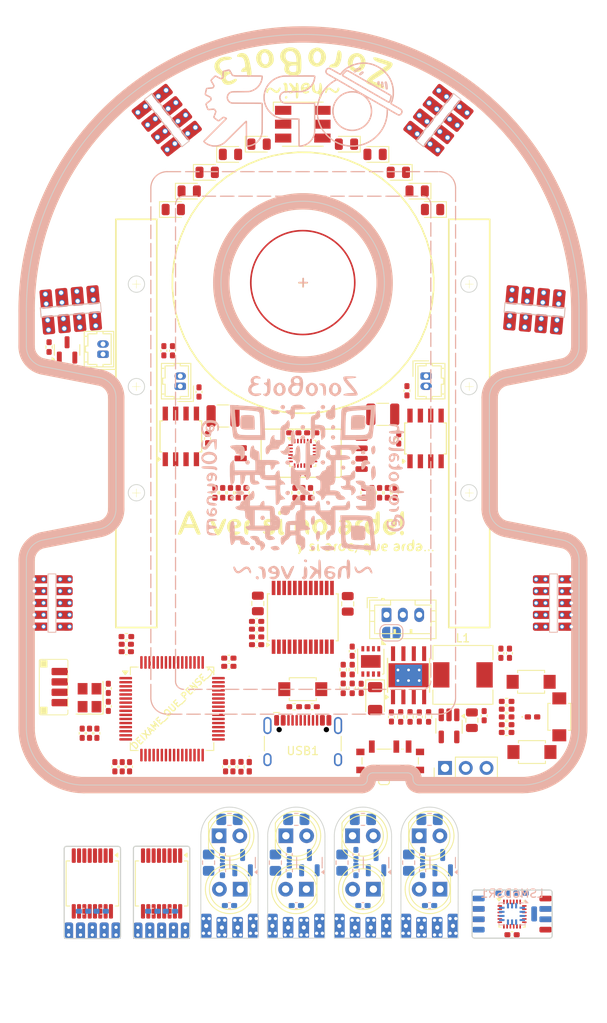
<source format=kicad_pcb>
(kicad_pcb (version 20240108) (generator "pcbnew") (generator_version "8.0")
  (layers (0 "F.Cu" signal) (31 "B.Cu" signal) (34 "B.Paste" user) (35 "F.Paste" user) (36 "B.SilkS" user "B.Silkscreen") (37 "F.SilkS" user "F.Silkscreen") (38 "B.Mask" user) (39 "F.Mask" user) (44 "Edge.Cuts" user))
  (net 0 "")
  (net 1 "/SHUNT_MD")
  (net 2 "/MOT_D+")
  (net 3 "+5V")
  (net 4 "GND")
  (net 5 "/CURR_SEN_MD")
  (net 7 "/SHUNT_MI")
  (net 9 "/CURR_SEN_MI")
  (net 10 "/MOT_I+")
  (net 11 "/AUX_PIN")
  (net 12 "+3V3")
  (net 13 "/LIPO+")
  (net 15 "Net-(BTN1-Pad1)")
  (net 16 "/MENU_ANALOG")
  (net 17 "Net-(BTN2-Pad1)")
  (net 18 "Net-(BTN3-Pad1)")
  (net 19 "/RST")
  (net 20 "/BATT")
  (net 21 "Net-(DEIXAME_QUE_PENSE_1-VCAP_2)")
  (net 22 "Net-(DEIXAME_QUE_PENSE_1-PH0{slash}OSC_IN)")
  (net 23 "/MOT_D-")
  (net 24 "Net-(DEIXAME_QUE_PENSE_1-PH1{slash}OSC_OUT)")
  (net 25 "/MOT_I-")
  (net 26 "Net-(DEIXAME_QUE_PENSE_1-VCAP_1)")
  (net 27 "/Encoders/ENC_I_3.3")
  (net 28 "/Encoders/ENC_I_GND")
  (net 29 "/Encoders/ENC_D_3.3")
  (net 30 "/Encoders/ENC_D_GND")
  (net 31 "Net-(U1-REGOUT)")
  (net 32 "/Giroscopio/GND_MPU")
  (net 33 "/Giroscopio/3.3_MPU")
  (net 34 "Net-(U2-REGOUT)")
  (net 35 "/Sensores/GND_FD")
  (net 36 "/Sensores/SEN_FRONT_D_CONN")
  (net 37 "/Sensores/3.3_FD")
  (net 38 "/Sensores/EMI_FRONT_D_CONN")
  (net 39 "/Sensores/3.3_FI")
  (net 40 "/Sensores/EMI_FRONT_I_CONN")
  (net 41 "/Sensores/SEN_FRONT_I_CONN")
  (net 42 "/Sensores/GND_FI")
  (net 43 "/Sensores/3.3_D")
  (net 44 "/Sensores/EMI_PA_D_CONN")
  (net 45 "/Sensores/SEN_PA_D_CONN")
  (net 46 "/Sensores/GND_D")
  (net 47 "/Sensores/3.3_I")
  (net 48 "/Sensores/SEN_PA_I_CONN")
  (net 49 "/Sensores/GND_I")
  (net 50 "/Sensores/EMI_PA_I_CONN")
  (net 51 "Net-(DC-DC1-BST)")
  (net 52 "Net-(DC-DC1-SW)")
  (net 53 "Net-(DC-DC1-FB)")
  (net 54 "Net-(LED_IR1-A)")
  (net 55 "Net-(LED_IR2-A)")
  (net 56 "Net-(LED_IR3-A)")
  (net 57 "Net-(LED_IR4-A)")
  (net 58 "Net-(D1-A)")
  (net 59 "Net-(D2-A)")
  (net 60 "Net-(D3-A)")
  (net 61 "Net-(D4-A)")
  (net 62 "Net-(D6-A)")
  (net 63 "Net-(D7-A)")
  (net 64 "Net-(D8-A)")
  (net 65 "Net-(D9-A)")
  (net 66 "Net-(D10-A)")
  (net 67 "Net-(D11-A)")
  (net 68 "Net-(D12-A)")
  (net 69 "/Giroscopio/SPI_SCK_CONN")
  (net 70 "/Giroscopio/SPI_MISO_CONN")
  (net 71 "/Giroscopio/SPI_NSS_CONN")
  (net 72 "/Giroscopio/SPI_MOSI_CONN")
  (net 73 "/SPI_NSS")
  (net 74 "/SPI_SCK")
  (net 75 "/SPI_MISO")
  (net 76 "/SPI_MOSI")
  (net 77 "Net-(DC-DC1-EN)")
  (net 80 "/SEN_FRONT_D")
  (net 81 "/LED9")
  (net 82 "/ENC_1_I")
  (net 83 "/SEN_PA_I")
  (net 84 "/LED1")
  (net 85 "/EMI_PA_D")
  (net 86 "/BATT_VOLTAGE")
  (net 87 "/SEN_FRONT_I")
  (net 88 "/RGB_R")
  (net 89 "/ENC_1_B")
  (net 90 "/BOOT")
  (net 91 "/ENC_2_B")
  (net 92 "/SEN_PA_D")
  (net 93 "/ENC_2_I")
  (net 94 "/EMI_FRONT_D")
  (net 95 "/LED4")
  (net 96 "/MOT_D_B")
  (net 97 "/MOT_I_B")
  (net 98 "/LED3")
  (net 99 "/RGB_G")
  (net 100 "/IR_SENSOR")
  (net 101 "/TX")
  (net 102 "/LED8")
  (net 103 "/MOT_I_A")
  (net 104 "/RX")
  (net 105 "/ENC_2_A")
  (net 106 "/SWCLK")
  (net 107 "/MOT_I_PWM")
  (net 108 "/LED2")
  (net 109 "/SWDIO")
  (net 110 "/RGB_B")
  (net 111 "/MOT_D_A")
  (net 112 "/ENC_1_A")
  (net 113 "/LED7")
  (net 114 "/LED6")
  (net 115 "/LED_AUX")
  (net 116 "/EMI_FRONT_I")
  (net 117 "/LED10")
  (net 118 "/MOT_S_PWM")
  (net 119 "/MOT_D_PWM")
  (net 120 "/EMI_PA_I")
  (net 121 "/LED5")
  (net 122 "/Encoders/ENC_D_B_CONN")
  (net 123 "/Encoders/ENC_D_I_CONN")
  (net 124 "/Encoders/ENC_D_A_CONN")
  (net 125 "/Encoders/ENC_I_A_CONN")
  (net 126 "/Encoders/ENC_I_I_CONN")
  (net 127 "/Encoders/ENC_I_B_CONN")
  (net 128 "Net-(LED_IR1-K)")
  (net 129 "Net-(LED_IR2-K)")
  (net 130 "Net-(LED_IR3-K)")
  (net 131 "Net-(LED_IR4-K)")
  (net 136 "/MOT_S-")
  (net 137 "Net-(POWER_SWITCH1-C)")
  (net 169 "Net-(Q2-G)")
  (net 170 "Net-(D5-A)")
  (net 172 "Net-(RGB1-RA)")
  (net 173 "Net-(RGB1-GA)")
  (net 174 "Net-(RGB1-BA)")
  (net 193 "Net-(JP3-Pin_1)")
  (footprint "Capacitor_SMD:C_0402_1005Metric_Pad0.74x0.62mm_HandSolder" (layer "F.Cu") (at 163.85 75.65 -90)
    (property "Reference" "C14" (hide yes))
    (property "Value" "0.1uF")
  )
  (footprint "Capacitor_SMD:C_0402_1005Metric_Pad0.74x0.62mm_HandSolder" (layer "F.Cu") (at 129.5 106.7)
    (property "Reference" "C1" (hide yes))
    (property "Value" "4.7uF")
  )
  (footprint "custom_footprints:IR_SENSOR_SMD_TSSP77038ETR" (layer "F.Cu") (at 121.35 113.85 90)
    (property "Reference" "IR_RECIVER1" (hide yes))
    (property "Value" "~")
  )
  (footprint "Resistor_SMD:R_0402_1005Metric_Pad0.72x0.64mm_HandSolder" (layer "F.Cu") (at 176.05 113.7)
    (property "Reference" "R18" (hide yes))
    (property "Value" "200K")
  )
  (footprint "Capacitor_SMD:C_0402_1005Metric_Pad0.74x0.62mm_HandSolder" (layer "F.Cu") (at 134.1 70.75 -90)
    (property "Reference" "C4" (hide yes))
    (property "Value" "0.1uF")
  )
  (footprint "Capacitor_SMD:C_0402_1005Metric_Pad0.74x0.62mm_HandSolder" (layer "F.Cu") (at 127.3 112.1 90)
    (property "Reference" "C13" (hide yes))
    (property "Value" "20pF")
  )
  (footprint "Capacitor_SMD:C_0402_1005Metric_Pad0.74x0.62mm_HandSolder" (layer "F.Cu") (at 128.1 121.7 -90)
    (property "Reference" "C22" (hide yes))
    (property "Value" "1uF")
  )
  (footprint "Capacitor_SMD:C_0402_1005Metric_Pad0.74x0.62mm_HandSolder" (layer "F.Cu") (at 129 121.7 -90)
    (property "Reference" "C21" (hide yes))
    (property "Value" "0.1uF")
  )
  (footprint "Resistor_SMD:R_0402_1005Metric_Pad0.72x0.64mm_HandSolder" (layer "F.Cu") (at 176.0525 114.65)
    (property "Reference" "R19" (hide yes))
    (property "Value" "47k")
  )
  (footprint "custom_footprints:Generic_SmallButton_6x3" (layer "F.Cu") (at 179.15 119.9)
    (property "Reference" "BTN3" (hide yes))
    (property "Value" "~")
  )
  (footprint "custom_footprints:ZoroBot3_Power_MPU" (layer "F.Cu") (at 172.615 139.735)
    (property "Reference" "POWER_MPU2" (hide yes))
    (property "Value" "Conn_01x02_Socket")
  )
  (footprint "Capacitor_SMD:C_0402_1005Metric_Pad0.74x0.62mm_HandSolder" (layer "F.Cu") (at 125 117.6 -90)
    (property "Reference" "C18" (hide yes))
    (property "Value" "1uF")
  )
  (footprint "Capacitor_SMD:C_0402_1005Metric_Pad0.74x0.62mm_HandSolder" (layer "F.Cu") (at 150 80.8 180)
    (property "Reference" "C25" (hide yes))
    (property "Value" "0.1uF")
  )
  (footprint "Capacitor_SMD:C_0402_1005Metric_Pad0.74x0.62mm_HandSolder" (layer "F.Cu") (at 173.3 115.45 90)
    (property "Reference" "C30" (hide yes))
    (property "Value" "10uF")
  )
  (footprint "Capacitor_SMD:C_0402_1005Metric_Pad0.74x0.62mm_HandSolder" (layer "F.Cu") (at 161.95 115.6 90)
    (property "Reference" "CR2" (hide yes))
    (property "Value" "0.1uF")
  )
  (footprint "Resistor_SMD:R_0402_1005Metric_Pad0.72x0.64mm_HandSolder" (layer "F.Cu") (at 157.15 109.8 90)
    (property "Reference" "R27" (hide yes))
    (property "Value" "10K")
  )
  (footprint "Capacitor_SMD:C_0402_1005Metric_Pad0.74x0.62mm_HandSolder" (layer "F.Cu") (at 129.5 107.61)
    (property "Reference" "C2" (hide yes))
    (property "Value" "0.1uF")
  )
  (footprint "custom_footprints:ZoroBot3_PCBmodule_encoder" (layer "F.Cu") (at 133.82139 140.712)
    (property "Reference" "ENC_I_CONN1" (hide yes))
    (property "Value" "Conn_01x05_Pin" (hide yes))
  )
  (footprint "Resistor_SMD:R_0402_1005Metric_Pad0.72x0.64mm_HandSolder" (layer "F.Cu") (at 152.05 88.15 90)
    (property "Reference" "R16" (hide yes))
    (property "Value" "330")
  )
  (footprint "Capacitor_SMD:C_0402_1005Metric_Pad0.74x0.62mm_HandSolder" (layer "F.Cu") (at 124.1 117.6 -90)
    (property "Reference" "C23" (hide yes))
    (property "Value" "10uF")
  )
  (footprint "Capacitor_SMD:C_0402_1005Metric_Pad0.74x0.62mm_HandSolder" (layer "F.Cu") (at 142.55 121.7 90)
    (property "Reference" "C20" (hide yes))
    (property "Value" "0.1uF")
  )
  (footprint "Inductor_SMD:L_Wuerth_HCM-7050" (layer "F.Cu") (at 170.7 110.45)
    (property "Reference" "L1")
    (property "Value" "L")
  )
  (footprint "custom_footprints:ZoroBot3_Sensors" (layer "F.Cu") (at 151.448991 141.2)
    (property "Reference" "CONN_SEN_FRONT_I1" (hide yes))
    (property "Value" "Conn_01x04_Socket" (hide yes))
  )
  (footprint "Crystal:Crystal_SMD_TXC_7M-4Pin_3.2x2.5mm" (layer "F.Cu") (at 125 113.25 90)
    (property "Reference" "Y1" (hide yes))
    (property "Value" "Crystal_GND24")
  )
  (footprint "custom_footprints:ZoroBot3_Data_MPU" (layer "F.Cu") (at 158.3 83.35)
    (property "Reference" "DATA_MPU1" (hide yes))
    (property "Value" "Conn_01x04_Socket")
  )
  (footprint "Resistor_SMD:R_0402_1005Metric_Pad0.72x0.64mm_HandSolder" (layer "F.Cu") (at 164.23 115.6 90)
    (property "Reference" "R29" (hide yes))
    (property "Value" "45K")
  )
  (footprint "custom_footprints:Generic_SmallButton_6x3" (layer "F.Cu") (at 179.05 111.3)
    (property "Reference" "BTN1" (hide yes))
    (property "Value" "~")
  )
  (footprint "custom_footprints:ZoroBot3_Main_sensors" (layer "F.Cu") (at 179.59444 64.959581 175)
    (property "Reference" "SEN_FRONT_D1" (hide yes))
    (property "Value" "Conn_01x04_Socket")
    (fp_poly (pts (xy -3.599999 -1.299999) (xy 3.7 -1.299999) (xy 3.7 -0.3) (xy -3.600001 -0.3)) (stroke (width 0.05)) (fill none) (layer "Edge.Cuts"))
  )
  (footprint "Capacitor_SMD:C_0402_1005Metric_Pad0.74x0.62mm_HandSolder" (layer "F.Cu") (at 177.815 137.195)
    (property "Reference" "C39" (hide yes))
    (property "Value" "0.01uF")
  )
  (footprint "LED_THT:LED_D5.0mm_Clear" (layer "F.Cu") (at 149.033439 130.155259)
    (property "Reference" "LED_IR4" (hide yes))
    (property "Value" "SFH-4550")
  )
  (footprint "custom_footprints:Generic_SmallButton_6x3" (layer "F.Cu") (at 151.1 112.2)
    (property "Reference" "BTN_RST1" (hide yes))
    (property "Value" "~")
  )
  (footprint "Package_DFN_QFN:DFN-8-1EP_3x3mm_P0.65mm_EP1.55x2.4mm" (layer "F.Cu") (at 159.424999 108.8 -90)
    (property "Reference" "Q2" (hide yes))
    (property "Value" "AON7423")
  )
  (footprint "Capacitor_SMD:C_0402_1005Metric_Pad0.74x0.62mm_HandSolder" (layer "F.Cu") (at 129.9 121.7 -90)
    (property "Reference" "C24" (hide yes))
    (property "Value" "0.1uF")
  )
  (footprint "custom_footprints:Generic_Swich_ONOFF" (layer "F.Cu") (at 161.8 120.665)
    (property "Reference" "POWER_SWITCH1" (hide yes))
    (property "Value" "SW_DPDT_x2")
  )
  (footprint "Capacitor_SMD:C_0402_1005Metric_Pad0.74x0.62mm_HandSolder" (layer "F.Cu") (at 176.715 142.277629)
    (property "Reference" "C40" (hide yes))
    (property "Value" "0.1uF")
  )
  (footprint "Resistor_SMD:R_0402_1005Metric_Pad0.72x0.64mm_HandSolder" (layer "F.Cu") (at 144.15 88.15 90)
    (property "Reference" "R5" (hide yes))
    (property "Value" "330")
  )
  (footprint "Resistor_SMD:R_0402_1005Metric_Pad0.72x0.64mm_HandSolder" (layer "F.Cu") (at 120.05 70.3 90)
    (property "Reference" "R11" (hide yes))
    (property "Value" "47K")
  )
  (footprint "Resistor_SMD:R_0402_1005Metric_Pad0.72x0.64mm_HandSolder" (layer "F.Cu") (at 156.05 109.8 90)
    (property "Reference" "R28" (hide yes))
    (property "Value" "1K")
  )
  (footprint "Resistor_SMD:R_0402_1005Metric_Pad0.72x0.64mm_HandSolder" (layer "F.Cu") (at 143.2 88.15 90)
    (property "Reference" "R4" (hide yes))
    (property "Value" "330")
  )
  (footprint "custom_footprints:ZoroBot3_PCBmain_Encoder" (layer "F.Cu") (at 120.39 101.64 180)
    (property "Reference" "ENC_I1" (hide yes))
    (property "Value" "Conn_01x05_Socket" (hide yes))
    (fp_line (start 0.5842 -3.439066) (end 0.5842 3.447534) (stroke (width 0.01)) (layer "Edge.Cuts"))
    (fp_line (start 0.4842 3.547534) (end -0.4842 3.547534) (stroke (width 0.01)) (layer "Edge.Cuts"))
    (fp_line (start -0.484201 -3.539066) (end 0.484201 -3.539066) (stroke (width 0.01)) (layer "Edge.Cuts"))
    (fp_line (start -0.5842 3.447534) (end -0.5842 -3.439066) (stroke (width 0.01)) (layer "Edge.Cuts"))
    (fp_arc (start 0.5842 3.447534) (mid 0.554915 3.518248) (end 0.4842 3.547534) (stroke (width 0.01)) (layer "Edge.Cuts"))
    (fp_arc (start 0.484201 -3.539066) (mid 0.554903 -3.50977) (end 0.5842 -3.439066) (stroke (width 0.01)) (layer "Edge.Cuts"))
    (fp_arc (start -0.4842 3.547534) (mid -0.554911 3.518245) (end -0.5842 3.447534) (stroke (width 0.01)) (layer "Edge.Cuts"))
    (fp_arc (start -0.5842 -3.439066) (mid -0.554911 -3.509777) (end -0.484201 -3.539066) (stroke (width 0.01)) (layer "Edge.Cuts"))
  )
  (footprint "Package_SO:SSOP-16_5.3x6.2mm_P0.65mm" (layer "F.Cu") (at 125.343889 136 -90)
    (property "Reference" "AS5145B_D1" (hide yes))
    (property "Value" "AS5145B-HSST")
  )
  (footprint "Resistor_SMD:R_0402_1005Metric_Pad0.72x0.64mm_HandSolder" (layer "F.Cu") (at 140.35 88.15 90)
    (property "Reference" "R1" (hide yes))
    (property "Value" "330")
  )
  (footprint "LED_SMD:LED_0805_2012Metric" (layer "F.Cu") (at 142.25 46.7)
    (property "Reference" "D4" (hide yes))
    (property "Value" "LED")
  )
  (footprint "LED_THT:LED_D5.0mm_Clear" (layer "F.Cu") (at 165.34639 130.155259)
    (property "Reference" "LED_IR1" (hide yes))
    (property "Value" "SFH-4550")
  )
  (footprint "Sensor_Motion:InvenSense_QFN-24_3x3mm_P0.4mm" (layer "F.Cu") (at 151.1 83.313136)
    (property "Reference" "U1" (hide yes))
    (property "Value" "MPU-6500")
  )
  (footprint "LED_SMD:LED_0805_2012Metric" (layer "F.Cu") (at 139.4 48.9)
    (property "Reference" "D3" (hide yes))
    (property "Value" "LED")
  )
  (footprint "Capacitor_SMD:C_0402_1005Metric_Pad0.74x0.62mm_HandSolder" (layer "F.Cu") (at 142.05 108.4)
    (property "Reference" "C12" (hide yes))
    (property "Value" "2.2uF")
  )
  (footprint "custom_footprints:ZoroBot3_Main_sensors" (layer "F.Cu") (at 135.125067 42.064213 128.2)
    (property "Reference" "SEN_PARED_D1" (hide yes))
    (property "Value" "Conn_01x04_Socket")
    (fp_poly (pts (xy -3.600001 -1.299998) (xy 3.7 -1.299999) (xy 3.7 -0.3) (xy -3.6 -0.3)) (stroke (width 0.05)) (fill none) (layer "Edge.Cuts"))
  )
  (footprint "custom_footprints:ZoroBot3_Sensors" (layer "F.Cu") (at 143.342724 141.2)
    (property "Reference" "CONN_SEN_PA_I1" (hide yes))
    (property "Value" "Conn_01x04_Socket" (hide yes))
  )
  (footprint "Package_SO:Texas_HTSOP-8-1EP_3.9x4.9mm_P1.27mm_EP2.95x4.9mm_Mask2.4x3.1mm_ThermalVias" (layer "F.Cu") (at 164.05 110.5 90)
    (property "Reference" "DC-DC1" (hide yes))
    (property "Value" "~")
  )
  (footprint "Capacitor_SMD:C_0402_1005Metric_Pad0.74x0.62mm_HandSolder" (layer "F.Cu") (at 151.1 85.85)
    (property "Reference" "C27" (hide yes))
    (property "Value" "0.1uF")
  )
  (footprint "Resistor_SMD:R_1210_3225Metric" (layer "F.Cu") (at 141.34 78.74)
    (property "Reference" "R13" (hide yes))
    (property "Value" "0.100")
  )
  (footprint "custom_footprints:ZoroBot3_Main_sensors" (layer "F.Cu") (at 167.121217 41.954758 -128.2)
    (property "Reference" "SEN_PARED_I1" (hide yes))
    (property "Value" "Conn_01x04_Socket")
    (fp_poly (pts (xy -3.6 -1.3) (xy 3.7 -1.3) (xy 3.7 -0.3) (xy -3.6 -0.299999)) (stroke (width 0.05)) (fill none) (layer "Edge.Cuts"))
  )
  (footprint "LED_THT:LED_D5.0mm_IRBlack" (layer "F.Cu") (at 143.44 136.7 180)
    (property "Reference" "Q4" (hide yes))
    (property "Value" "ST-1KL3A")
  )
  (footprint "LED_SMD:LED_0805_2012Metric" (layer "F.Cu") (at 135.25 53.45)
    (property "Reference" "D1" (hide yes))
    (property "Value" "LED")
  )
  (footprint "Package_TO_SOT_SMD:SOT-23-5_HandSoldering" (layer "F.Cu") (at 169 116.7 -90)
    (property "Reference" "MIC1" (hide yes))
    (property "Value" "~")
  )
  (footprint "LED_THT:LED_D5.0mm_Clear" (layer "F.Cu") (at 157.189914 130.155259)
    (property "Reference" "LED_IR3" (hide yes))
    (property "Value" "SFH-4550")
  )
  (footprint "Resistor_SMD:R_0402_1005Metric_Pad0.72x0.64mm_HandSolder" (layer "F.Cu") (at 150.05 114.35 180)
    (property "Reference" "R21" (hide yes))
    (property "Value" "47k")
  )
  (footprint "Connector_PinHeader_2.54mm:PinHeader_1x03_P2.54mm_Vertical" (layer "F.Cu") (at 168.51 121.85 90)
    (property "Reference" "AUX_CONN1" (hide yes))
    (property "Value" "Conn_01x03_Pin")
  )
  (footprint "Resistor_SMD:R_0402_1005Metric_Pad0.72x0.64mm_HandSolder" (layer "F.Cu") (at 161.45 88.15 90)
    (property "Reference" "R9" (hide yes))
    (property "Value" "330")
  )
  (footprint "Package_TO_SOT_SMD:SOT-23" (layer "F.Cu") (at 122.25 70.65 90)
    (property "Reference" "Q1" (hide yes))
    (property "Value" "NMOS")
  )
  (footprint "custom_footprints:Connector_motor_1.25_Hirose_DF13-02P-1.25DSA_1x02_P1.25mm_Vertical" (layer "F.Cu") (at 166.2 73.85 -90)
    (property "Reference" "Mot_D1" (hide yes))
    (property "Value" "Conn_01x02_Socket")
  )
  (footprint "Resistor_SMD:R_0402_1005Metric_Pad0.72x0.64mm_HandSolder" (layer "F.Cu") (at 176.05 116.55)
    (property "Reference" "R24" (hide yes))
    (property "Value" "100K")
  )
  (footprint "Resistor_SMD:R_0402_1005Metric_Pad0.72x0.64mm_HandSolder" (layer "F.Cu") (at 156.05 112.1 90)
    (property "Reference" "R26" (hide yes))
    (property "Value" "20K")
  )
  (footprint "Resistor_SMD:R_0402_1005Metric_Pad0.72x0.64mm_HandSolder" (layer "F.Cu") (at 158.6 88.15 90)
    (property "Reference" "R6" (hide yes))
    (property "Value" "330")
  )
  (footprint "LED_SMD:LED_0402_1005Metric_Pad0.77x0.64mm_HandSolder" (layer "F.Cu") (at 144.55 121.7 -90)
    (property "Reference" "D12" (hide yes))
    (property "Value" "LED")
  )
  (footprint "Capacitor_SMD:C_0402_1005Metric_Pad0.74x0.62mm_HandSolder" (layer "F.Cu") (at 152.25 114.35)
    (property "Reference" "CR1" (hide yes))
    (property "Value" "0.1uF")
  )
  (footprint "LED_SMD:LED_RGB_5050-6" (layer "F.Cu") (at 151.1 43)
    (property "Reference" "RGB1" (hide yes))
    (property "Value" "LED_RGB")
  )
  (footprint "Capacitor_SMD:C_0402_1005Metric_Pad0.74x0.62mm_HandSolder" (layer "F.Cu") (at 145.45 104.85)
    (property "Reference" "C7" (hide yes))
    (property "Value" "0.1uF")
  )
  (footprint "Package_QFP:LQFP-64_10x10mm_P0.5mm" (layer "F.Cu") (at 135.1 114.6)
    (property "Reference" "DEIXAME_QUE_PENSE_1")
    (property "Value" "STM32F405RGT6")
  )
  (footprint "Connector_JST:JST_PH_B3B-PH-K_1x03_P2.00mm_Vertical" (layer "F.Cu") (at 161.35 103.1)
    (property "Reference" "BATT1" (hide yes))
    (property "Value" "Conn_01x03_Pin")
  )
  (footprint "Resistor_SMD:R_0402_1005Metric_Pad0.72x0.64mm_HandSolder" (layer "F.Cu") (at 163.085 115.6 90)
    (property "Reference" "R30" (hide yes))
    (property "Value" "100k")
  )
  (footprint "libs sueltas:ZoroBot3_curvado1" (layer "F.Cu") (at 151.1 37.75 180)
    (property "Reference" "G***" (hide yes))
    (property "Value" "LOGO" (hide yes))
  )
  (footprint "custom_footprints:ZoroBot3_PCBmain_Encoder" (layer "F.Cu") (at 181.816 101.65)
    (property "Reference" "ENC_D1" (hide yes))
    (property "Value" "Conn_01x05_Socket" (hide yes))
    (fp_line (start -0.5842 3.447534) (end -0.5842 -3.439066) (stroke (width 0.01)) (layer "Edge.Cuts"))
    (fp_line (start -0.4842 -3.539066) (end 0.4842 -3.539066) (stroke (width 0.01)) (layer "Edge.Cuts"))
    (fp_line (start 0.4842 3.547534) (end -0.4842 3.547534) (stroke (width 0.01)) (layer "Edge.Cuts"))
    (fp_line (start 0.5842 -3.439066) (end 0.5842 3.447534) (stroke (width 0.01)) (layer "Edge.Cuts"))
    (fp_arc (start -0.5842 -3.439066) (mid -0.554911 -3.509777) (end -0.4842 -3.539066) (stroke (width 0.01)) (layer "Edge.Cuts"))
    (fp_arc (start -0.4842 3.547534) (mid -0.554911 3.518245) (end -0.5842 3.447534) (stroke (width 0.01)) (layer "Edge.Cuts"))
    (fp_arc (start 0.4842 -3.539066) (mid 0.554903 -3.509771) (end 0.5842 -3.439066) (stroke (width 0.01)) (layer "Edge.Cuts"))
    (fp_arc (start 0.5842 3.447534) (mid 0.554915 3.518248) (end 0.4842 3.547534) (stroke (width 0.01)) (layer "Edge.Cuts"))
  )
  (footprint "Diode_SMD:D_1206_3216Metric" (layer "F.Cu") (at 159.95 113.35 -90)
    (property "Reference" "D13" (hide yes))
    (property "Value" "D")
  )
  (footprint "custom_footprints:SOP8" (layer "F.Cu") (at 136.227501 81.24 90)
    (property "Reference" "AD8418AWBZ_1" (hide yes))
    (property "Value" "~" (hide yes))
  )
  (footprint "custom_footprints:USB-C ST-Link USART" (layer "F.Cu") (at 151.1 119.76)
    (property "Reference" "USB1")
    (property "Value" "~" (hide yes))
  )
  (footprint "Resistor_SMD:R_0402_1005Metric_Pad0.72x0.64mm_HandSolder" (layer "F.Cu") (at 150.15 88.15 90)
    (property "Reference" "R14" (hide yes))
    (property "Value" "330")
  )
  (footprint "Resistor_SMD:R_0402_1005Metric_Pad0.72x0.64mm_HandSolder" (layer "F.Cu") (at 141.3 88.15 90)
    (property "Reference" "R2" (hide yes))
    (property "Value" "330")
  )
  (footprint "Resistor_SMD:R_0402_1005Metric_Pad0.72x0.64mm_HandSolder" (layer "F.Cu") (at 151.1 88.15 90)
    (property "Reference" "R15" (hide yes))
    (property "Value" "330")
  )
  (footprint "LED_SMD:LED_0805_2012Metric" (layer "F.Cu") (at 145.75 45.45)
    (property "Reference" "D5" (hide yes))
    (property "Value" "LED")
  )
  (footprint "Capacitor_SMD:C_0402_1005Metric_Pad0.74x0.62mm_HandSolder" (layer "F.Cu") (at 127.3 114.3 -90)
    (property "Reference" "C15" (hide yes))
    (property "Value" "20pF")
  )
  (footprint "Capacitor_SMD:C_0402_1005Metric_Pad0.74x0.62mm_HandSolder" (layer "F.Cu") (at 145.45 103.9)
    (property "Reference" "C6" (hide yes))
    (property "Value" "10uF")
  )
  (footprint "custom_footprints:Generic_SmallButton_6x3" (layer "F.Cu") (at 182.5 115.59 90)
    (property "Reference" "BTN2" (hide yes))
    (property "Value" "~")
  )
  (footprint "LED_SMD:LED_0805_2012Metric" (layer "F.Cu") (at 156.45 45.45 180)
    (property "Reference" "D6" (hide yes))
    (property "Value" "LED")
  )
  (footprint "LED_SMD:LED_0402_1005Metric_Pad0.77x0.64mm_HandSolder" (layer "F.Cu") (at 179.22 115.6)
    (property "Reference" "D11" (hide yes))
    (property "Value" "LED")
  )
  (footprint "custom_footprints:ZoroBot3_Power_MPU" (layer "F.Cu") (at 143.5 83.285)
    (property "Reference" "POWER_MPU1" (hide yes))
    (property "Value" "Conn_01x02_Socket")
  )
  (footprint "Capacitor_SMD:C_0402_1005Metric_Pad0.74x0.62mm_HandSolder" (layer "F.Cu") (at 158.25 112.1 90)
    (property "Reference" "CR6" (hide yes))
    (property "Value" "0.1uF")
  )
  (footprint "Capacitor_SMD:C_0402_1005Metric_Pad0.74x0.62mm_HandSolder" (layer "F.Cu") (at 152.2 80.8)
    (property "Reference" "C26" (hide yes))
    (property "Value" "0.01uF")
  )
  (footprint "Resistor_SMD:R_0402_1005Metric_Pad0.72x0.64mm_HandSolder" (layer "F.Cu") (at 162.4 88.15 90)
    (property "Reference" "R10" (hide yes))
    (property "Value" "330")
  )
  (footprint "Resistor_SMD:R_0402_1005Metric_Pad0.72x0.64mm_HandSolder" (layer "F.Cu") (at 143.535492 121.7052 -90)
    (property "Reference" "R23" (hide yes))
    (property "Value" "1K")
  )
  (footprint "Resistor_SMD:R_0402_1005Metric_Pad0.72x0.64mm_HandSolder" (layer "F.Cu") (at 166.5 115.6 90)
    (property "Reference" "R31" (hide yes))
    (property "Value" "60k")
  )
  (footprint "Package_SO:SSOP-24_5.3x8.2mm_P0.65mm" (layer "F.Cu") (at 151.1 103.4 90)
    (property "Reference" "PH1" (hide yes))
    (property "Value" "~")
  )
  (footprint "Capacitor_SMD:C_0402_1005Metric_Pad0.74x0.62mm_HandSolder" (layer "F.Cu") (at 145.45 105.8)
    (property "Reference" "C9" (hide yes))
    (property "Value" "10uF")
  )
  (footprint "Capacitor_SMD:C_0402_1005Metric_Pad0.74x0.62mm_HandSolder" (layer "F.Cu") (at 139.45 81.5 -90)
    (property "Reference" "C28" (hide yes))
    (property "Value" "0.1uf")
  )
  (footprint "Capacitor_SMD:C_0402_1005Metric_Pad0.74x0.62mm_HandSolder" (layer "F.Cu") (at 165.365 115.6 90)
    (property "Reference" "CR5" (hide yes))
    (property "Value" "0.1uF")
  )
  (footprint "LED_THT:LED_D5.0mm_IRBlack" (layer "F.Cu") (at 159.74 136.7 180)
    (property "Reference" "Q5" (hide yes))
    (property "Value" "ST-1KL3A")
  )
  (footprint "Resistor_SMD:R_0402_1005Metric_Pad0.72x0.64mm_HandSolder" (layer "F.Cu") (at 159.55 88.15 90)
    (property "Reference" "R7" (hide yes))
    (property "Value" "330")
  )
  (footprint "LED_SMD:LED_0805_2012Metric" (layer "F.Cu") (at 166.99 53.45 180)
    (property "Reference" "D10" (hide yes))
    (property "Value" "LED")
  )
  (footprint "Capacitor_SMD:C_0402_1005Metric_Pad0.74x0.62mm_HandSolder" (layer "F.Cu") (at 135.15 70.75 -90)
    (property "Reference" "C3" (hide yes))
    (property "Value" "10uF")
  )
  (footprint "custom_footprints:ZoroBot3_Sensors" (layer "F.Cu") (at 159.642966 141.2)
    (property "Reference" "CONN_SEN_FRONT_D1" (hide yes))
    (property "Value" "Conn_01x04_Socket" (hide yes))
  )
  (footprint "Capacitor_SMD:C_0805_2012Metric" (layer "F.Cu") (at 145.6 101.7 90)
    (property "Reference" "C5" (hide yes))
    (property "Value" "47uF")
  )
  (footprint "Sensor_Motion:InvenSense_QFN-24_3x3mm_P0.4mm" (layer "F.Cu") (at 176.715 139.75)
    (property "Reference" "U2" (hide yes))
    (property "Value" "MPU-6500")
  )
  (footprint "Capacitor_SMD:C_0805_2012Metric" (layer "F.Cu") (at 156.6 101.75 90)
    (property "Reference" "C8" (hide yes))
    (property "Value" "47uF")
  )
  (footprint "Package_SO:SSOP-16_5.3x6.2mm_P0.65mm" (layer "F.Cu") (at 133.82139 136 -90)
    (property "Reference" "AS5145B_I1" (hide yes))
    (property "Value" "AS5145B-HSST")
  )
  (footprint "Resistor_SMD:R_0402_1005Metric_Pad0.72x0.64mm_HandSolder" (layer "F.Cu") (at 142.25 88.15 90)
    (property "Reference" "R3" (hide yes))
    (property "Value" "330")
  )
  (footprint "Capacitor_SMD:C_0402_1005Metric_Pad0.74x0.62mm_HandSolder" (layer "F.Cu") (at 175.615 137.195 180)
    (property "Reference" "C36" (hide yes))
    (property "Value" "0.1uF")
  )
  (footprint "LED_SMD:LED_0805_2012Metric" (layer "F.Cu") (at 137.2 51.2)
    (property "Reference" "D2" (hide yes))
    (property "Value" "LED")
  )
  (footprint "Capacitor_SMD:C_0402_1005Metric_Pad0.74x0.62mm_HandSolder" (layer "F.Cu") (at 141.65 121.7 90)
    (property "Reference" "C19" (hide yes))
    (property "Value" "2.2uF")
  )
  (footprint "custom_footprints:Connector_motor_1.25_Hirose_DF13-02P-1.25DSA_1x02_P1.25mm_Vertical" (layer "F.Cu") (at 136.1 75.1 90)
    (property "Reference" "Mot_I1" (hide yes))
    (property "Value" "Conn_01x02_Socket")
  )
  (footprint "LED_SMD:LED_0805_2012Metric" (layer "F.Cu") (at 165.1 51.2 180)
    (property "Reference" "D9" (hide yes))
    (property "Value" "LED")
  )
  (footprint "Capacitor_SMD:C_0402_1005Metric_Pad0.74x0.62mm_HandSolder" (layer "F.Cu") (at 145.45 106.75)
    (property "Reference" "C10" (hide yes))
    (property "Value" "0.1uF")
  )
  (footprint "Capacitor_SMD:C_0402_1005Metric_Pad0.74x0.62mm_HandSolder" (layer "F.Cu") (at 142.05 109.4)
    (property "Reference" "C11" (hide yes))
    (property "Value" "0.1uF")
  )
  (footprint "LED_SMD:LED_0805_2012Metric" (layer "F.Cu") (at 162.8 48.9 180)
    (property "Reference" "D8" (hide yes))
    (property "Value" "LED")
  )
  (footprint "Capacitor_SMD:C_0402_1005Metric_Pad0.74x0.62mm_HandSolder" (layer "F.Cu") (at 176.4 107.8 -90)
    (property "Reference" "CR7" (hide yes))
    (property "Value" "0.1uF")
  )
  (footprint "custom_footprints:ZoroBot3_Data_MPU" (layer "F.Cu") (at 180.815 139.765)
    (property "Reference" "DATA_MPU3" (hide yes))
    (property "Value" "Conn_01x04_Socket")
  )
  (footprint "Resistor_SMD:R_0402_1005Metric_Pad0.72x0.64mm_HandSolder" (layer "F.Cu") (at 160.5 88.15 90)
    (property "Reference" "R8" (hide yes))
    (property "Value" "330")
  )
  (footprint "Capacitor_SMD:C_0805_2012Metric" (layer "F.Cu") (at 171.8 116 90)
    (property "Reference" "C31" (hide yes))
    (property "Value" "47uF")
  )
  (footprint "custom_footprints:SOP8" (layer "F.Cu") (at 166.177501 81.49 90)
    (property "Reference" "AD8418AWBZ_2" (hide yes))
    (property "Value" "~" (hide yes))
  )
  (footprint "Capacitor_SMD:C_0402_1005Metric_Pad0.74x0.62mm_HandSolder" (layer "F.Cu") (at 138.4 75.8 -90)
    (property "Reference" "C16" (hide yes))
    (property "Value" "0.1uF")
  )
  (footprint "Capacitor_SMD:C_0402_1005Metric_Pad0.74x0.62mm_HandSolder" (layer "F.Cu") (at 162.85 81.55 -90)
    (property "Reference" "C29" (hide yes))
    (property "Value" "0.1uF")
  )
  (footprint "Resistor_SMD:R_0402_1005Metric_Pad0.72x0.64mm_HandSolder" (layer "F.Cu") (at 157.15 112.1 -90)
    (property "Reference" "R25" (hide yes))
    (property "Value" "10K")
  )
  (footprint "Capacitor_SMD:C_0402_1005Metric_Pad0.74x0.62mm_HandSolder" (layer "F.Cu") (at 175.35 107.8 90)
    (property "Reference" "CR4" (hide yes))
    (property "Value" "0.1uF")
  )
  (footprint "custom_footprints:Connector_motor_1.25_Hirose_DF13-02P-1.25DSA_1x02_P1.25mm_Vertical" (layer "F.Cu") (at 126.65 71.175 90)
    (property "Reference" "Mot_S1" (hide yes))
    (property "Value" "Conn_01x02_Socket")
  )
  (footprint "Capacitor_SMD:C_0402_1005Metric_Pad0.74x0.62mm_HandSolder" (layer "F.Cu") (at 125.9 117.6 -90)
    (property "Reference" "C17" (hide yes))
    (property "Value" "0.1uF")
  )
  (footprint "Resistor_SMD:R_0402_1005Metric_Pad0.72x0.64mm_HandSolder" (layer "F.Cu") (at 129.51 105.76 180)
    (property "Reference" "R17" (hide yes))
    (property "Value" "47K")
  )
  (footprint "libs sueltas:A ver si no arde" (layer "F.Cu") (at 149.6014 93.02548)
    (property "Reference" "G***" (hide yes))
    (property "Value" "LOGO" (hide yes))
  )
  (footprint "custom_footprints:ZoroBot3_Sensors" (layer "F.Cu") (at 167.779942 141.2)
    (property "Reference" "CONN_SEN_PA_D1" (hide yes))
    (property "Value" "Conn_01x04_Socket" (hide yes))
  )
  (footprint "Capacitor_SMD:C_0402_1005Metric_Pad0.74x0.62mm_HandSolder" (layer "F.Cu") (at 157.15 107.55 -90)
    (property "Reference" "CR3" (hide yes))
    (property "Value" "1uF")
  )
  (footprint "LED_THT:LED_D5.0mm_Clear" (layer "F.Cu") (at 140.855339 130.155258)
    (property "Reference" "LED_IR2" (hide yes))
    (property "Value" "SFH-4550")
  )
  (footprint "Resistor_SMD:R_1210_3225Metric" (layer "F.Cu") (at 160.89 78.54)
    (property "Reference" "R12" (hide yes))
    (property "Value" "0.100")
  )
  (footprint "custom_footprints:ZoroBot3_PCBmodule_encoder" (layer "F.Cu") (at 125.343889 140.7)
    (property "Reference" "ENC_D_CONN1" (hide yes))
    (property "Value" "Conn_01x05_Pin" (hide yes))
  )
  (footprint "Resistor_SMD:R_0402_1005Metric_Pad0.72x0.64mm_HandSolder" (layer "F.Cu") (at 176.0475 117.5)
    (property "Reference" "R22" (hide yes))
    (property "Value" "330")
  )
  (footprint "LED_THT:LED_D5.0mm_IRBlack" (layer "F.Cu") (at 151.54 136.7 180)
    (property "Reference" "Q6" (hide yes))
    (property "Value" "ST-1KL3A")
  )
  (footprint "custom_footprints:ZoroBot3_Main_sensors" (layer "F.Cu") (at 122.704991 64.946508 -175)
    (property "Reference" "SEN_FRONT_I1" (hide yes))
    (property "Value" "Conn_01x04_Socket")
    (fp_poly (pts (xy -3.600001 -1.300001) (xy 3.7 -1.3) (xy 3.7 -0.299998) (xy -3.599998 -0.3)) (stroke (width 0.05)) (fill none) (layer "Edge.Cuts"))
  )
  (footprint "LED_SMD:LED_0805_2012Metric" (layer "F.Cu") (at 159.95 46.7 180)
    (property "Reference" "D7" (hide yes))
    (property "Value" "LED")
  )
  (footprint "LED_THT:LED_D5.0mm_IRBlack" (layer "F.Cu") (at 167.89 136.7 180)
    (property "Reference" "Q3" (hide yes))
    (property "Value" "ST-1KL3A")
  )
  (footprint "Resistor_SMD:R_0402_1005Metric_Pad0.72x0.64mm_HandSolder" (layer "F.Cu") (at 176.05 115.6)
    (property "Reference" "R20" (hide yes))
    (property "Value" "1K")
  )
  (footprint "Resistor_SMD:R_0805_2012Metric_Pad1.20x1.40mm_HandSolder" (layer "B.Cu") (at 164.062441 133.45 90)
    (property "Reference" "RS3" (hide yes))
    (property "Value" "6.8K")
  )
  (footprint "Capacitor_SMD:C_0402_1005Metric_Pad0.74x0.62mm_HandSolder" (layer "B.Cu") (at 150.308439 138.7 180)
    (property "Reference" "CS8" (hide yes))
    (property "Value" "0.1uF")
  )
  (footprint "Resistor_SMD:R_0805_2012Metric_Pad1.20x1.40mm_HandSolder" (layer "B.Cu") (at 139.57139 133.45 90)
    (property "Reference" "RS4" (hide yes))
    (property "Value" "6.8K")
  )
  (footprint "Resistor_SMD:R_0402_1005Metric_Pad0.72x0.64mm_HandSolder" (layer "B.Cu") (at 141.27139 134.4025 90)
    (property "Reference" "RS6" (hide yes))
    (property "Value" "47K")
  )
  (footprint "Resistor_SMD:R_0402_1005Metric_Pad0.72x0.64mm_HandSolder" (layer "B.Cu") (at 165.762441 134.4025 90)
    (property "Reference" "RS5" (hide yes))
    (property "Value" "47K")
  )
  (footprint "Capacitor_SMD:C_0402_1005Metric_Pad0.74x0.62mm_HandSolder" (layer "B.Cu") (at 149.44949 132.45 -90)
    (property "Reference" "CS7" (hide yes))
    (property "Value" "10uF")
  )
  (footprint "Resistor_SMD:R_0805_2012Metric_Pad1.20x1.40mm_HandSolder" (layer "B.Cu") (at 158.464914 128.15)
    (property "Reference" "RS7" (hide yes))
    (property "Value" "150")
  )
  (footprint "Package_TO_SOT_SMD:SOT-23" (layer "B.Cu") (at 168.224942 133.45 90)
    (property "Reference" "MOSFET-N1" (hide yes))
    (property "Value" "AO3401")
  )
  (footprint "Capacitor_SMD:C_0402_1005Metric_Pad0.74x0.62mm_HandSolder" (layer "B.Cu") (at 166.62139 138.7 180)
    (property "Reference" "CS2" (hide yes))
    (property "Value" "0.1uF")
  )
  (footprint "custom_footprints:ZoroBot3_Power_MPU" (layer "B.Cu") (at 180.81889 139.735 180)
    (property "Reference" "POWER_MPU3" (hide yes))
    (property "Value" "Conn_01x02_Socket")
  )
  (footprint "Resistor_SMD:R_0402_1005Metric_Pad0.72x0.64mm_HandSolder" (layer "B.Cu") (at 157.605965 134.4025 90)
    (property "Reference" "RS11" (hide yes))
    (property "Value" "47K")
  )
  (footprint "Package_TO_SOT_SMD:SOT-23" (layer "B.Cu") (at 160.068466 133.45 90)
    (property "Reference" "MOSFET-N3" (hide yes))
    (property "Value" "AO3401")
  )
  (footprint "Package_TO_SOT_SMD:SOT-23" (layer "B.Cu") (at 143.733891 133.45 90)
    (property "Reference" "MOSFET-N2" (hide yes))
    (property "Value" "AO3401")
  )
  (footprint "Resistor_SMD:R_0805_2012Metric_Pad1.20x1.40mm_HandSolder" (layer "B.Cu") (at 150.308439 128.15)
    (property "Reference" "RS8" (hide yes))
    (property "Value" "150")
  )
  (footprint "Resistor_SMD:R_0805_2012Metric_Pad1.20x1.40mm_HandSolder" (layer "B.Cu") (at 166.62139 128.15)
    (property "Reference" "RS1" (hide yes))
    (property "Value" "150")
  )
  (footprint "custom_footprints:ZoroBot3_Data_MPU" (layer "B.Cu") (at 172.615 139.765 180)
    (property "Reference" "DATA_MPU2" (hide yes))
    (property "Value" "Conn_01x04_Socket")
  )
  (footprint "Capacitor_SMD:C_0402_1005Metric_Pad0.74x0.62mm_HandSolder" (layer "B.Cu") (at 126.416388 139.4 180)
    (property "Reference" "C32" (hide yes))
    (property "Value" "1uF")
  )
  (footprint "Capacitor_SMD:C_0402_1005Metric_Pad0.74x0.62mm_HandSolder" (layer "B.Cu") (at 134.893889 139.4 180)
    (property "Reference" "C34" (hide yes))
    (property "Value" "1uF")
  )
  (footprint "Capacitor_SMD:C_0402_1005Metric_Pad0.74x0.62mm_HandSolder" (layer "B.Cu") (at 142.130339 138.7 180)
    (property "Reference" "CS4" (hide yes))
    (property "Value" "0.1uF")
  )
  (footprint "Capacitor_SMD:C_0402_1005Metric_Pad0.74x0.62mm_HandSolder" (layer "B.Cu") (at 158.464914 138.7 180)
    (property "Reference" "CS6" (hide yes))
    (property "Value" "0.1uF")
  )
  (footprint "libs sueltas:QR_ZoroBot3" (layer "B.Cu") (at 151.15 86.25 180)
    (property "Reference" "G***" (hide yes))
    (property "Value" "LOGO" (hide yes))
  )
  (footprint "Resistor_SMD:R_0402_1005Metric_Pad0.72x0.64mm_HandSolder" (layer "B.Cu") (at 149.44949 134.4025 90)
    (property "Reference" "RS12" (hide yes))
    (property "Value" "47K")
  )
  (footprint "Package_LGA:Bosch_LGA-14_3x2.5mm_P0.5mm" (layer "B.Cu") (at 176.715 139.727629 180)
    (property "Reference" "LSM6DSR1")
    (property "Value" "~")
  )
  (footprint "Capacitor_SMD:C_0402_1005Metric_Pad0.74x0.62mm_HandSolder" (layer "B.Cu") (at 165.762441 132.45 -90)
    (property "Reference" "CS1" (hide yes))
    (property "Value" "10uF")
  )
  (footprint "Jumper:SolderJumper-2_P1.3mm_Open_RoundedPad1.0x1.5mm" (layer "B.Cu") (at 161.95 105.3 180)
    (property "Reference" "JP2" (hide yes))
    (property "Value" "SolderJumper_2_Open")
  )
  (footprint "Resistor_SMD:R_0805_2012Metric_Pad1.20x1.40mm_HandSolder" (layer "B.Cu") (at 147.74949 133.45 90)
    (property "Reference" "RS10" (hide yes))
    (property "Value" "6.8K")
  )
  (footprint "Capacitor_SMD:C_0402_1005Metric_Pad0.74x0.62mm_HandSolder" (layer "B.Cu") (at 177.815 137.195)
    (property "Reference" "C37" (hide yes))
    (property "Value" "0.1uF")
  )
  (footprint "Capacitor_SMD:C_0402_1005Metric_Pad0.74x0.62mm_HandSolder" (layer "B.Cu") (at 141.27139 132.45 -90)
    (property "Reference" "CS3" (hide yes))
    (property "Value" "10uF")
  )
  (footprint "Capacitor_SMD:C_0402_1005Metric_Pad0.74x0.62mm_HandSolder" (layer "B.Cu") (at 157.605965 132.45 -90)
    (property "Reference" "CS5" (hide yes))
    (property "Value" "10uF")
  )
  (footprint "libs sueltas:OPR_24X10_silueta" (layer "B.Cu") (at 151.1246 40.59604 180)
    (property "Reference" "G***" (hide yes))
    (property "Value" "LOGO" (hide yes))
  )
  (footprint "custom_footprints:Generic_simple_1x_SMD_pin" (layer "B.Cu") (at 179.41889 139.727629 -90)
    (property "Reference" "JP3" (hide yes))
    (property "Value" "Conn_01x01_Pin" (hide yes))
  )
  (footprint "Capacitor_SMD:C_0402_1005Metric_Pad0.74x0.62mm_HandSolder" (layer "B.Cu") (at 124.266388 139.4)
    (property "Reference" "C33" (hide yes))
    (property "Value" "0.1uF")
  )
  (footprint "Package_TO_SOT_SMD:SOT-23" (layer "B.Cu") (at 151.911991 133.45 90)
    (property "Reference" "MOSFET-N4" (hide yes))
    (property "Value" "AO3401")
  )
  (footprint "Capacitor_SMD:C_0402_1005Metric_Pad0.74x0.62mm_HandSolder" (layer "B.Cu") (at 175.615 137.195 180)
    (property "Reference" "C38" (hide yes))
    (property "Value" "0.1uF")
  )
  (footprint "Resistor_SMD:R_0805_2012Metric_Pad1.20x1.40mm_HandSolder" (layer "B.Cu") (at 142.130339 128.15)
    (property "Reference" "RS2" (hide yes))
    (property "Value" "150")
  )
  (footprint "Capacitor_SMD:C_0402_1005Metric_Pad0.74x0.62mm_HandSolder" (layer "B.Cu") (at 132.743889 139.4)
    (property "Reference" "C35" (hide yes))
    (property "Value" "0.1uF")
  )
  (footprint "Resistor_SMD:R_0805_2012Metric_Pad1.20x1.40mm_HandSolder" (layer "B.Cu") (at 155.905965 133.45 90)
    (property "Reference" "RS9" (hide yes))
    (property "Value" "6.8K")
  )
  (gr_circle (center 151.1 62.4) (end 157.45 62) (stroke (width 0.2)) (fill none) (layer "F.Cu"))
  (gr_line (start 165.773498 112.221897) (end 136.526501 112.221897) (stroke (width 0.15) (type dash)) (layer "B.SilkS"))
  (gr_line (start 135.526501 111.221897) (end 135.526501 52.821897) (stroke (width 0.15) (type dash)) (layer "B.SilkS"))
  (gr_arc (start 165.773498 51.821897) (mid 166.480607 52.114789) (end 166.773498 52.821897) (stroke (width 0.15)) (layer "B.SilkS"))
  (gr_line (start 165.887116 45.777731) (end 170.463909 39.962839) (stroke (width 0.1)) (layer "B.SilkS"))
  (gr_line (start 163.95 122.450009) (end 159.746259 122.450009) (stroke (width 2)) (layer "B.SilkS"))
  (gr_line (start 119.925 98.082765) (end 119.925 105.232765) (stroke (width 0.1)) (layer "B.SilkS"))
  (gr_arc (start 165.35 123.950009) (mid 164.853765 123.743724) (end 164.65 123.24645) (stroke (width 2)) (layer "B.SilkS"))
  (gr_line (start 173.976196 76.485619) (end 173.976196 90.149522) (stroke (width 2)) (layer "B.SilkS"))
  (gr_arc (start 132.50411 50.814384) (mid 133.089896 49.40017) (end 134.50411 48.814384) (stroke (width 0.15)) (layer "B.SilkS"))
  (gr_line (start 136.292884 45.777731) (end 131.716091 39.962839) (stroke (width 0.1)) (layer "B.SilkS"))
  (gr_line (start 158.35 123.950009) (end 124.300003 123.950009) (stroke (width 2)) (layer "B.SilkS"))
  (gr_line (start 183.218605 65.481285) (end 183.114018 66.676719) (stroke (width 0.1)) (layer "B.SilkS"))
  (gr_line (start 126.245816 74.031508) (end 119.322979 72.685845) (stroke (width 2)) (layer "B.SilkS"))
  (gr_line (start 119.925 98.082765) (end 120.875 98.082765) (stroke (width 0.1)) (layer "B.SilkS"))
  (gr_arc (start 159.05 123.149999) (mid 159.253704 122.656349) (end 159.746259 122.450009) (stroke (width 2)) (layer "B.SilkS"))
  (gr_line (start 166.773498 52.821897) (end 166.773498 111.221897) (stroke (width 0.15) (type dash)) (layer "B.SilkS"))
  (gr_line (start 126.245817 92.59289) (end 119.32298 93.938553) (stroke (width 2)) (layer "B.SilkS"))
  (gr_line (start 184.944988 96.392621) (end 184.944988 116.949989) (stroke (width 2)) (layer "B.SilkS"))
  (gr_line (start 126.437823 66.031766) (end 126.333236 64.836333) (stroke (width 0.1)) (layer "B.SilkS"))
  (gr_arc (start 175.999167 92.592889) (mid 174.55053 91.733142) (end 173.976196 90.149522) (stroke (width 2)) (layer "B.SilkS"))
  (gr_arc (start 182.922012 93.938553) (mid 184.374047 94.802428) (end 184.944988 96.392621) (stroke (width 2)) (layer "B.SilkS"))
  (gr_line (start 118.961395 65.481285) (end 119.065982 66.676719) (stroke (width 0.1)) (layer "B.SilkS"))
  (gr_arc (start 117.3 65.833013) (mid 151.122494 32.010519) (end 184.944988 65.833013) (stroke (width 2)) (layer "B.SilkS"))
  (gr_arc (start 159.05 123.249999) (mid 158.844975 123.744974) (end 158.35 123.949999) (stroke (width 2)) (layer "B.SilkS"))
  (gr_line (start 134.50411 48.814384) (end 167.80411 48.814384) (stroke (width 0.15) (type dash)) (layer "B.SilkS"))
  (gr_line (start 120.875 98.082765) (end 120.875 105.232765) (stroke (width 0.1)) (layer "B.SilkS"))
  (gr_line (start 175.742177 66.031766) (end 183.114018 66.676719) (stroke (width 0.1)) (layer "B.SilkS"))
  (gr_line (start 175.846764 64.836333) (end 183.218605 65.481285) (stroke (width 0.1)) (layer "B.SilkS"))
  (gr_line (start 165.887116 45.777731) (end 164.94416 45.035548) (stroke (width 0.1)) (layer "B.SilkS"))
  (gr_line (start 164.65 123.24645) (end 164.65 123.150009) (stroke (width 2)) (layer "B.SilkS"))
  (gr_line (start 132.659047 39.220656) (end 131.716091 39.962839) (stroke (width 0.1)) (layer "B.SilkS"))
  (gr_line (start 175.999167 92.592889) (end 182.922012 93.938553) (stroke (width 2)) (layer "B.SilkS"))
  (gr_line (start 119.925 105.232765) (end 120.875 105.232765) (stroke (width 0.1)) (layer "B.SilkS"))
  (gr_line (start 151.15 62.4) (end 151.15 61.9) (stroke (width 0.2)) (layer "B.SilkS"))
  (gr_line (start 159.05 123.249999) (end 159.05 123.149999) (stroke (width 2)) (layer "B.SilkS"))
  (gr_line (start 128.268792 76.485574) (end 128.268792 90.138824) (stroke (width 2)) (layer "B.SilkS"))
  (gr_line (start 182.255 98.082765) (end 181.305 98.082765) (stroke (width 0.1)) (layer "B.SilkS"))
  (gr_line (start 175.742177 66.031766) (end 175.846764 64.836333) (stroke (width 0.1)) (layer "B.SilkS"))
  (gr_arc (start 135.526501 52.821897) (mid 135.819386 52.114782) (end 136.526501 51.821897) (stroke (width 0.15)) (layer "B.SilkS"))
  (gr_arc (start 167.80411 48.814384) (mid 169.218323 49.400173) (end 169.80411 50.814384) (stroke (width 0.15)) (layer "B.SilkS"))
  (gr_line (start 175.999212 74.0315) (end 182.930792 72.684138) (stroke (width 2)) (layer "B.SilkS"))
  (gr_arc (start 134.50411 115.264384) (mid 133.089896 114.678598) (end 132.50411 113.264384) (stroke (width 0.15)) (layer "B.SilkS"))
  (gr_line (start 151.15 62.4) (end 151.15 62.9) (stroke (width 0.2)) (layer "B.SilkS"))
  (gr_line (start 151.15 62.4) (end 151.65 62.4) (stroke (width 0.2)) (layer "B.SilkS"))
  (gr_line (start 182.255 98.082765) (end 182.255 105.232765) (stroke (width 0.1)) (layer "B.SilkS"))
  (gr_arc (start 124.300003 123.950009) (mid 119.350254 121.899757) (end 117.3 116.950008) (stroke (width 2)) (layer "B.SilkS"))
  (gr_arc (start 117.3 96.392623) (mid 117.870939 94.802426) (end 119.32298 93.938553) (stroke (width 2)) (layer "B.SilkS"))
  (gr_line (start 117.3 96.392623) (end 117.3 116.950008) (stroke (width 2)) (layer "B.SilkS"))
  (gr_line (start 126.333236 64.836333) (end 118.961395 65.481285) (stroke (width 0.1)) (layer "B.SilkS"))
  (gr_arc (start 169.80411 113.264384) (mid 169.218326 114.678601) (end 167.80411 115.264384) (stroke (width 0.15)) (layer "B.SilkS"))
  (gr_circle (center 151.122494 62.444434) (end 161.122494 62.444434) (stroke (width 2)) (fill none) (layer "B.SilkS"))
  (gr_line (start 117.3 65.833013) (end 117.3 70.231774) (stroke (width 2)) (layer "B.SilkS"))
  (gr_arc (start 136.526501 112.221897) (mid 135.819396 111.929002) (end 135.526501 111.221897) (stroke (width 0.15)) (layer "B.SilkS"))
  (gr_line (start 126.437823 66.031766) (end 119.065982 66.676719) (stroke (width 0.1)) (layer "B.SilkS"))
  (gr_line (start 182.255 105.232765) (end 181.305 105.232765) (stroke (width 0.1)) (layer "B.SilkS"))
  (gr_arc (start 126.245816 74.031508) (mid 127.697854 74.89538) (end 128.268792 76.485574) (stroke (width 2)) (layer "B.SilkS"))
  (gr_arc (start 163.95 122.450009) (mid 164.444972 122.655037) (end 164.65 123.150009) (stroke (width 2)) (layer "B.SilkS"))
  (gr_line (start 169.520953 39.220656) (end 170.463909 39.962839) (stroke (width 0.1)) (layer "B.SilkS"))
  (gr_line (start 150.65 62.4) (end 151.15 62.4) (stroke (width 0.2)) (layer "B.SilkS"))
  (gr_line (start 169.80411 50.814384) (end 169.80411 113.264384) (stroke (width 0.15) (type dash)) (layer "B.SilkS"))
  (gr_line (start 184.944988 65.833013) (end 184.944988 70.231799) (stroke (width 2)) (layer "B.SilkS"))
  (gr_line (start 136.526501 51.821897) (end 165.773498 51.821897) (stroke (width 0.15) (type dash)) (layer "B.SilkS"))
  (gr_line (start 158.35 123.949999) (end 158.35 123.950009) (stroke (width 2)) (layer "B.SilkS"))
  (gr_arc (start 166.773498 111.221897) (mid 166.480597 111.928996) (end 165.773498 112.221897) (stroke (width 0.15)) (layer "B.SilkS"))
  (gr_line (start 167.80411 115.264384) (end 134.50411 115.264384) (stroke (width 0.15) (type dash)) (layer "B.SilkS"))
  (gr_line (start 181.305 98.082765) (end 181.305 105.232765) (stroke (width 0.1)) (layer "B.SilkS"))
  (gr_arc (start 173.976196 76.485619) (mid 174.547146 74.895392) (end 175.999212 74.0315) (stroke (width 2)) (layer "B.SilkS"))
  (gr_line (start 164.94416 45.035548) (end 169.520953 39.220656) (stroke (width 0.1)) (layer "B.SilkS"))
  (gr_line (start 132.50411 113.264384) (end 132.50411 50.814384) (stroke (width 0.15) (type dash)) (layer "B.SilkS"))
  (gr_line (start 177.944964 123.950009) (end 165.35 123.950009) (stroke (width 2)) (layer "B.SilkS"))
  (gr_arc (start 128.268792 90.138824) (mid 127.697854 91.729018) (end 126.245817 92.59289) (stroke (width 2)) (layer "B.SilkS"))
  (gr_arc (start 119.322979 72.685845) (mid 117.870939 71.821971) (end 117.3 70.231774) (stroke (width 2)) (layer "B.SilkS"))
  (gr_line (start 137.23584 45.035548) (end 132.659047 39.220656) (stroke (width 0.1)) (layer "B.SilkS"))
  (gr_arc (start 184.944988 70.231799) (mid 184.376892 71.818537) (end 182.930792 72.684138) (stroke (width 2)) (layer "B.SilkS"))
  (gr_arc (start 184.944988 116.949989) (mid 182.894728 121.899752) (end 177.944964 123.950009) (stroke (width 2)) (layer "B.SilkS"))
  (gr_line (start 136.292884 45.777731) (end 137.23584 45.035548) (stroke (width 0.1)) (layer "B.SilkS"))
  (gr_line (start 170.983242 75.14461) (end 171.483242 75.14461) (stroke (width 0.05)) (layer "F.SilkS"))
  (gr_arc (start 184.944988 116.94998) (mid 182.894728 121.899744) (end 177.944964 123.95) (stroke (width 2)) (layer "F.SilkS"))
  (gr_line (start 135.284052 64.624259) (end 135.144917 63.06027) (stroke (width 0.2)) (layer "F.SilkS"))
  (gr_line (start 153.330425 78.274476) (end 151.766436 78.413611) (stroke (width 0.2)) (layer "F.SilkS"))
  (gr_line (start 157.836294 76.953985) (end 156.380039 77.541131) (stroke (width 0.2)) (layer "F.SilkS"))
  (gr_line (start 137.3316 70.52182) (end 136.604543 69.130127) (stroke (width 0.2)) (layer "F.SilkS"))
  (gr_line (start 164.073129 53.016815) (end 164.933095 54.330542) (stroke (width 0.2)) (layer "F.SilkS"))
  (gr_line (start 150.632347 62.426181) (end 151.132347 62.426181) (stroke (width 0.2)) (layer "F.SilkS"))
  (gr_line (start 156.66465 47.413066) (end 158.109553 48.027618) (stroke (width 0.2)) (layer "F.SilkS"))
  (gr_line (start 158.109553 48.027618) (end 159.487262 48.780837) (stroke (width 0.2)) (layer "F.SilkS"))
  (gr_line (start 159.487262 48.780837) (end 160.784508 49.665468) (stroke (width 0.2)) (layer "F.SilkS"))
  (gr_line (start 130.73611 62.595489) (end 130.73611 62.095489) (stroke (width 0.05)) (layer "F.SilkS"))
  (gr_line (start 126.245817 92.592881) (end 119.32298 93.938544) (stroke (width 2)) (layer "F.SilkS"))
  (gr_line (start 139.176158 73.058657) (end 138.191566 71.835547) (stroke (width 0.2)) (layer "F.SilkS"))
  (gr_line (start 135.649264 58.39206) (end 136.119232 56.893878) (stroke (width 0.2)) (layer "F.SilkS"))
  (gr_line (start 171.483242 62.595489) (end 171.483242 63.095489) (stroke (width 0.05)) (layer "F.SilkS"))
  (gr_line (start 138.191566 71.835547) (end 137.3316 70.52182) (stroke (width 0.2)) (layer "F.SilkS"))
  (gr_line (start 155.6 86.25) (end 146.2 86.25) (stroke (width 0.15)) (layer "F.SilkS"))
  (gr_line (start 160.541714 75.366962) (end 159.227987 76.226928) (stroke (width 0.2)) (layer "F.SilkS"))
  (gr_line (start 173.980856 104.649955) (end 168.973995 104.649955) (stroke (width 0.2)) (layer "F.SilkS"))
  (gr_line (start 130.73611 88.172566) (end 130.73611 88.672566) (stroke (width 0.05)) (layer "F.SilkS"))
  (gr_arc (start 155.8 86.05) (mid 155.741421 86.191421) (end 155.6 86.25) (stroke (width 0.15)) (layer "F.SilkS"))
  (gr_line (start 171.483242 88.172566) (end 171.483242 87.672566) (stroke (width 0.05)) (layer "F.SilkS"))
  (gr_line (start 175.999167 92.59288) (end 182.922012 93.938544) (stroke (width 2)) (layer "F.SilkS"))
  (gr_line (start 141.480186 75.186893) (end 140.275896 74.17937) (stroke (width 0.2)) (layer "F.SilkS"))
  (gr_line (start 171.483242 75.14461) (end 171.483242 74.64461) (stroke (width 0.05)) (layer "F.SilkS"))
  (gr_line (start 136.017397 67.673872) (end 135.575816 66.167079) (stroke (width 0.2)) (layer "F.SilkS"))
  (gr_line (start 130.73611 88.172566) (end 131.23611 88.172566) (stroke (width 0.05)) (layer "F.SilkS"))
  (gr_arc (start 146.2 86.25) (mid 146.058579 86.191421) (end 146 86.05) (stroke (width 0.15)) (layer "F.SilkS"))
  (gr_line (start 156.380039 77.541131) (end 154.873246 77.982713) (stroke (width 0.2)) (layer "F.SilkS"))
  (gr_line (start 147.098227 77.909264) (end 145.600045 77.439296) (stroke (width 0.2)) (layer "F.SilkS"))
  (gr_line (start 130.73611 62.595489) (end 130.73611 63.095489) (stroke (width 0.05)) (layer "F.SilkS"))
  (gr_line (start 167.119778 61.792092) (end 167.113788 62.426181) (stroke (width 0.2)) (layer "F.SilkS"))
  (gr_line (start 128.226862 104.649955) (end 128.226862 54.649955) (stroke (width 0.2)) (layer "F.SilkS"))
  (gr_line (start 146.2 80.35) (end 155.6 80.35) (stroke (width 0.15)) (layer "F.SilkS"))
  (gr_line (start 177.944964 123.95) (end 165.35 123.95) (stroke (width 2)) (layer "F.SilkS"))
  (gr_line (start 130.73611 75.14461) (end 130.73611 74.64461) (stroke (width 0.05)) (layer "F.SilkS"))
  (gr_line (start 130.73611 75.14461) (end 131.23611 75.14461) (stroke (width 0.05)) (layer "F.SilkS"))
  (gr_line (start 128.226862 104.649955) (end 133.233724 104.649955) (stroke (width 0.2)) (layer "F.SilkS"))
  (gr_arc (start 159.05 123.14999) (mid 159.253704 122.65634) (end 159.746259 122.45) (stroke (width 2)) (layer "F.SilkS"))
  (gr_arc (start 146 80.55) (mid 146.058579 80.408579) (end 146.2 80.35) (stroke (width 0.15)) (layer "F.SilkS"))
  (gr_line (start 165.53091 69.403387) (end 164.777691 70.781095) (stroke (width 0.2)) (layer "F.SilkS"))
  (gr_line (start 165.660152 55.722234) (end 166.247298 57.178489) (stroke (width 0.2)) (layer "F.SilkS"))
  (gr_line (start 170.983242 88.172566) (end 171.483242 88.172566) (stroke (width 0.05)) (layer "F.SilkS"))
  (gr_line (start 159.05 123.24999) (end 159.05 123.14999) (stroke (width 2)) (layer "F.SilkS"))
  (gr_line (start 171.483242 62.595489) (end 171.483242 62.095489) (stroke (width 0.05)) (layer "F.SilkS"))
  (gr_line (start 164.933095 54.330542) (end 165.660152 55.722234) (stroke (width 0.2)) (layer "F.SilkS"))
  (gr_arc (start 119.322979 72.685836) (mid 117.870939 71.821962) (end 117.3 70.231765) (stroke (width 2)) (layer "F.SilkS"))
  (gr_arc (start 117.3 96.392614) (mid 117.870939 94.802417) (end 119.32298 93.938544) (stroke (width 2)) (layer "F.SilkS"))
  (gr_line (start 160.784508 49.665468) (end 161.988799 50.672992) (stroke (width 0.2)) (layer "F.SilkS"))
  (gr_line (start 145.600045 77.439296) (end 144.155141 76.824743) (stroke (width 0.2)) (layer "F.SilkS"))
  (gr_line (start 140.499872 50.469992) (end 141.722981 49.485399) (stroke (width 0.2)) (layer "F.SilkS"))
  (gr_line (start 151.132347 62.426181) (end 151.632347 62.426181) (stroke (width 0.2)) (layer "F.SilkS"))
  (gr_line (start 139.379158 51.569729) (end 140.499872 50.469992) (stroke (width 0.2)) (layer "F.SilkS"))
  (gr_line (start 166.247298 57.178489) (end 166.688879 58.685283) (stroke (width 0.2)) (layer "F.SilkS"))
  (gr_line (start 158.35 123.94999) (end 158.35 123.95) (stroke (width 2)) (layer "F.SilkS"))
  (gr_line (start 148.93427 46.577886) (end 150.498258 46.43875) (stroke (width 0.2)) (layer "F.SilkS"))
  (gr_line (start 161.988799 50.672992) (end 163.088536 51.793705) (stroke (width 0.2)) (layer "F.SilkS"))
  (gr_arc (start 173.976196 76.48561) (mid 174.547146 74.895384) (end 175.999212 74.031491) (stroke (width 2)) (layer "F.SilkS"))
  (gr_line (start 163.088536 51.793705) (end 164.073129 53.016815) (stroke (width 0.2)) (layer "F.SilkS"))
  (gr_line (start 136.733785 55.448975) (end 137.487004 54.071266) (stroke (width 0.2)) (layer "F.SilkS"))
  (gr_line (start 164.65 123.246441) (end 164.65 123.15) (stroke (width 2)) (layer "F.SilkS"))
  (gr_line (start 171.483242 62.595489) (end 171.983242 62.595489) (stroke (width 0.05)) (layer "F.SilkS"))
  (gr_line (start 175.999212 74.031491) (end 182.930792 72.684129) (stroke (width 2)) (layer "F.SilkS"))
  (gr_line (start 166.145463 67.958484) (end 165.53091 69.403387) (stroke (width 0.2)) (layer "F.SilkS"))
  (gr_line (start 151.766436 78.413611) (end 150.196341 78.398779) (stroke (width 0.2)) (layer "F.SilkS"))
  (gr_line (start 126.245816 74.031499) (end 119.322979 72.685836) (stroke (width 2)) (layer "F.SilkS"))
  (gr_line (start 117.3 65.833004) (end 117.3 70.231765) (stroke (width 2)) (layer "F.SilkS"))
  (gr_line (start 171.483242 88.172566) (end 171.983242 88.172566) (stroke (width 0.05)) (layer "F.SilkS"))
  (gr_line (start 173.976196 76.48561) (end 173.976196 90.149513) (stroke (width 2)) (layer "F.SilkS"))
  (gr_line (start 145.884656 47.31123) (end 147.391449 46.869649) (stroke (width 0.2)) (layer "F.SilkS"))
  (gr_line (start 171.483242 88.172566) (end 171.483242 88.672566) (stroke (width 0.05)) (layer "F.SilkS"))
  (gr_line (start 173.980856 104.649955) (end 173.980856 54.649955) (stroke (width 0.2)) (layer "F.SilkS"))
  (gr_arc (start 165.35 123.95) (mid 164.853765 123.743715) (end 164.65 123.246441) (stroke (width 2)) (layer "F.SilkS"))
  (gr_line (start 151.132347 62.426181) (end 151.132347 62.926181) (stroke (width 0.2)) (layer "F.SilkS"))
  (gr_line (start 166.936288 64.923269) (end 166.615431 66.460302) (stroke (width 0.2)) (layer "F.SilkS"))
  (gr_arc (start 128.268792 90.138815) (mid 127.697854 91.729009) (end 126.245817 92.592881) (stroke (width 2)) (layer "F.SilkS"))
  (gr_arc (start 124.300003 123.95) (mid 119.350254 121.899748) (end 117.3 116.949999) (stroke (width 2)) (layer "F.SilkS"))
  (gr_line (start 167.113788 62.426181) (end 167.104946 63.362187) (stroke (width 0.2)) (layer "F.SilkS"))
  (gr_line (start 144.155141 76.824743) (end 142.777433 76.071524) (stroke (width 0.2)) (layer "F.SilkS"))
  (gr_line (start 140.275896 74.17937) (end 139.176158 73.058657) (stroke (width 0.2)) (layer "F.SilkS"))
  (gr_line (start 144.428401 47.898376) (end 145.884656 47.31123) (stroke (width 0.2)) (layer "F.SilkS"))
  (gr_line (start 166.980642 60.228103) (end 167.119778 61.792092) (stroke (width 0.2)) (layer "F.SilkS"))
  (gr_line (start 155.166468 46.943097) (end 156.66465 47.413066) (stroke (width 0.2)) (layer "F.SilkS"))
  (gr_circle (center 151.122494 62.444425) (end 161.122494 62.444425) (stroke (width 2)) (fill none) (layer "F.SilkS"))
  (gr_line (start 166.615431 66.460302) (end 166.145463 67.958484) (stroke (width 0.2)) (layer "F.SilkS"))
  (gr_line (start 130.73611 75.14461) (end 130.73611 75.64461) (stroke (width 0.05)) (layer "F.SilkS"))
  (gr_line (start 158.35 123.95) (end 124.300003 123.95) (stroke (width 2)) (layer "F.SilkS"))
  (gr_line (start 135.328406 59.929093) (end 135.649264 58.39206) (stroke (width 0.2)) (layer "F.SilkS"))
  (gr_line (start 171.483242 75.14461) (end 171.483242 75.64461) (stroke (width 0.05)) (layer "F.SilkS"))
  (gr_line (start 150.633112 62.4263) (end 151.133112 62.4263) (stroke (width 0.2)) (layer "F.SilkS"))
  (gr_arc (start 117.3 65.833004) (mid 151.122494 32.01051) (end 184.944988 65.833004) (stroke (width 2)) (layer "F.SilkS"))
  (gr_arc (start 163.95 122.45) (mid 164.444971 122.655026) (end 164.65 123.15) (stroke (width 2)) (layer "F.SilkS"))
  (gr_arc (start 184.944988 70.23179) (mid 184.376892 71.818528) (end 182.930792 72.684129) (stroke (width 2)) (layer "F.SilkS"))
  (gr_line (start 141.722981 49.485399) (end 143.036708 48.625433) (stroke (width 0.2)) (layer "F.SilkS"))
  (gr_line (start 171.483242 75.14461) (end 171.983242 75.14461) (stroke (width 0.05)) (layer "F.SilkS"))
  (gr_line (start 151.133112 62.4263) (end 151.633112 62.4263) (stroke (width 0.2)) (layer "F.SilkS"))
  (gr_line (start 151.133112 62.4263) (end 151.133112 61.9263) (stroke (width 0.2)) (layer "F.SilkS"))
  (gr_line (start 184.944988 65.833004) (end 184.944988 70.23179) (stroke (width 2)) (layer "F.SilkS"))
  (gr_line (start 137.487004 54.071266) (end 138.371635 52.77402) (stroke (width 0.2)) (layer "F.SilkS"))
  (gr_arc (start 159.05 123.24999) (mid 158.844975 123.744965) (end 158.35 123.94999) (stroke (width 2)) (layer "F.SilkS"))
  (gr_line (start 170.983242 62.595489) (end 171.483242 62.595489) (stroke (width 0.05)) (layer "F.SilkS"))
  (gr_line (start 135.159749 61.490174) (end 135.328406 59.929093) (stroke (width 0.2)) (layer "F.SilkS"))
  (gr_line (start 152.068354 46.453583) (end 153.629435 46.62224) (stroke (width 0.2)) (layer "F.SilkS"))
  (gr_line (start 184.944988 96.392612) (end 184.944988 116.94998) (stroke (width 2)) (layer "F.SilkS"))
  (gr_line (start 168.973995 104.649955) (end 168.973995 54.649955) (stroke (width 0.2)) (layer "F.SilkS"))
  (gr_line (start 130.73611 88.172566) (end 130.73611 87.672566) (stroke (width 0.05)) (layer "F.SilkS"))
  (gr_line (start 151.133112 62.4263) (end 151.133112 62.9263) (stroke (width 0.2)) (layer "F.SilkS"))
  (gr_line (start 173.980856 54.649955) (end 168.973995 54.649955) (stroke (width 0.2)) (layer "F.SilkS"))
  (gr_line (start 130.23611 75.14461) (end 130.73611 75.14461) (stroke (width 0.05)) (layer "F.SilkS"))
  (gr_line (start 135.575816 66.167079) (end 135.284052 64.624259) (stroke (width 0.2)) (layer "F.SilkS"))
  (gr_line (start 155.8 80.563136) (end 155.8 86.063136) (stroke (width 0.15)) (layer "F.SilkS"))
  (gr_line (start 128.268792 76.485565) (end 128.268792 90.138815) (stroke (width 2)) (layer "F.SilkS"))
  (gr_line (start 133.233724 104.649955) (end 133.233724 54.649955) (stroke (width 0.2)) (layer "F.SilkS"))
  (gr_line (start 138.371635 52.77402) (end 139.379158 51.569729) (stroke (width 0.2)) (layer "F.SilkS"))
  (gr_line (start 136.604543 69.130127) (end 136.017397 67.673872) (stroke (width 0.2)) (layer "F.SilkS"))
  (gr_line (start 159.227987 76.226928) (end 157.836294 76.953985) (stroke (width 0.2)) (layer "F.SilkS"))
  (gr_line (start 130.73611 62.595489) (end 131.23611 62.595489) (stroke (width 0.05)) (layer "F.SilkS"))
  (gr_line (start 162.885537 73.282633) (end 161.764823 74.38237) (stroke (width 0.2)) (layer "F.SilkS"))
  (gr_line (start 128.226862 54.649955) (end 133.233724 54.649955) (stroke (width 0.2)) (layer "F.SilkS"))
  (gr_line (start 135.144917 63.06027) (end 135.150907 62.426181) (stroke (width 0.2)) (layer "F.SilkS"))
  (gr_line (start 147.391449 46.869649) (end 148.93427 46.577886) (stroke (width 0.2)) (layer "F.SilkS"))
  (gr_line (start 136.119232 56.893878) (end 136.733785 55.448975) (stroke (width 0.2)) (layer "F.SilkS"))
  (gr_line (start 151.132347 62.426181) (end 151.132347 61.926181) (stroke (width 0.2)) (layer "F.SilkS"))
  (gr_arc (start 126.245816 74.031499) (mid 127.697854 74.895371) (end 128.268792 76.485565) (stroke (width 2)) (layer "F.SilkS"))
  (gr_line (start 130.23611 62.595489) (end 130.73611 62.595489) (stroke (width 0.05)) (layer "F.SilkS"))
  (gr_line (start 154.873246 77.982713) (end 153.330425 78.274476) (stroke (width 0.2)) (layer "F.SilkS"))
  (gr_arc (start 155.6 80.35) (mid 155.741421 80.408579) (end 155.8 80.55) (stroke (width 0.15)) (layer "F.SilkS"))
  (gr_line (start 150.196341 78.398779) (end 148.63526 78.230122) (stroke (width 0.2)) (layer "F.SilkS"))
  (gr_line (start 163.89306 72.078342) (end 162.885537 73.282633) (stroke (width 0.2)) (layer "F.SilkS"))
  (gr_line (start 130.23611 88.172566) (end 130.73611 88.172566) (stroke (width 0.05)) (layer "F.SilkS"))
  (gr_line (start 164.777691 70.781095) (end 163.89306 72.078342) (stroke (width 0.2)) (layer "F.SilkS"))
  (gr_line (start 148.63526 78.230122) (end 147.098227 77.909264) (stroke (width 0.2)) (layer "F.SilkS"))
  (gr_line (start 146 86.05) (end 146 80.55) (stroke (width 0.15)) (layer "F.SilkS"))
  (gr_line (start 153.629435 46.62224) (end 155.166468 46.943097) (stroke (width 0.2)) (layer "F.SilkS"))
  (gr_line (start 142.777433 76.071524) (end 141.480186 75.186893) (stroke (width 0.2)) (layer "F.SilkS"))
  (gr_line (start 167.104946 63.362187) (end 166.936288 64.923269) (stroke (width 0.2)) (layer "F.SilkS"))
  (gr_line (start 117.3 96.392614) (end 117.3 116.949999) (stroke (width 2)) (layer "F.SilkS"))
  (gr_line (start 161.764823 74.38237) (end 160.541714 75.366962) (stroke (width 0.2)) (layer "F.SilkS"))
  (gr_line (start 163.95 122.45) (end 159.746259 122.45) (stroke (width 2)) (layer "F.SilkS"))
  (gr_arc (start 175.999167 92.59288) (mid 174.55053 91.733133) (end 173.976196 90.149513) (stroke (width 2)) (layer "F.SilkS"))
  (gr_line (start 150.498258 46.43875) (end 152.068354 46.453583) (stroke (width 0.2)) (layer "F.SilkS"))
  (gr_line (start 166.688879 58.685283) (end 166.980642 60.228103) (stroke (width 0.2)) (layer "F.SilkS"))
  (gr_line (start 135.150907 62.426181) (end 135.159749 61.490174) (stroke (width 0.2)) (layer "F.SilkS"))
  (gr_arc (start 182.922012 93.938544) (mid 184.374045 94.802417) (end 184.944988 96.392612) (stroke (width 2)) (layer "F.SilkS"))
  (gr_line (start 143.036708 48.625433) (end 144.428401 47.898376) (stroke (width 0.2)) (layer "F.SilkS"))
  (gr_arc (start 128.493889 131.45) (mid 128.70602 131.537868) (end 128.793889 131.75) (stroke (width 0.15)) (layer "Edge.Cuts"))
  (gr_line (start 153.812344 130.252693) (end 153.79949 142.7) (stroke (width 0.1)) (layer "Edge.Cuts"))
  (gr_line (start 172.12139 136.8) (end 181.32139 136.8) (stroke (width 0.15)) (layer "Edge.Cuts"))
  (gr_arc (start 173.943702 76.481185) (mid 174.514653 74.890954) (end 175.966718 74.027066) (stroke (width 0.1)) (layer "Edge.Cuts"))
  (gr_circle (center 171.44 88.14) (end 172.44 88.14) (stroke (width 0.1)) (fill none) (layer "Edge.Cuts"))
  (gr_circle (center 130.74 62.59) (end 131.74 62.59) (stroke (width 0.1)) (fill none) (layer "Edge.Cuts"))
  (gr_line (start 121.893889 142.45) (end 121.893889 131.75) (stroke (width 0.15)) (layer "Edge.Cuts"))
  (gr_line (start 171.82139 142.4) (end 171.82139 137.1) (stroke (width 0.15)) (layer "Edge.Cuts"))
  (gr_arc (start 181.62139 142.4) (mid 181.533522 142.612133) (end 181.32139 142.7) (stroke (width 0.15)) (layer "Edge.Cuts"))
  (gr_line (start 175.966673 92.588455) (end 182.889518 93.934119) (stroke (width 0.1)) (layer "Edge.Cuts"))
  (gr_line (start 158.3 123.945575) (end 124.267508 123.945575) (stroke (width 0.1)) (layer "Edge.Cuts"))
  (gr_line (start 130.37139 142.435) (end 130.37139 131.735) (stroke (width 0.15)) (layer "Edge.Cuts"))
  (gr_line (start 145.62139 142.7) (end 138.62139 142.7) (stroke (width 0.1)) (layer "Edge.Cuts"))
  (gr_circle (center 151.09 62.44) (end 161.09 62.44) (stroke (width 0.1)) (fill none) (layer "Edge.Cuts"))
  (gr_circle (center 171.44 62.59) (end 172.44 62.59) (stroke (width 0.1)) (fill none) (layer "Edge.Cuts"))
  (gr_arc (start 124.267508 123.945575) (mid 119.317763 121.895323) (end 117.267506 116.945573) (stroke (width 0.1)) (layer "Edge.Cuts"))
  (gr_arc (start 128.236298 90.13439) (mid 127.665364 91.724589) (end 126.213323 92.588456) (stroke (width 0.1)) (layer "Edge.Cuts"))
  (gr_line (start 184.912494 65.828579) (end 184.912494 70.227365) (stroke (width 0.1)) (layer "Edge.Cuts"))
  (gr_line (start 163.9 122.445575) (end 159.696259 122.445575) (stroke (width 0.1)) (layer "Edge.Cuts"))
  (gr_circle (center 130.74 75.14) (end 131.74 75.14) (stroke (width 0.1)) (fill none) (layer "Edge.Cuts"))
  (gr_arc (start 126.213322 74.027074) (mid 127.665345 74.890949) (end 128.236298 76.48114) (stroke (width 0.1)) (layer "Edge.Cuts"))
  (gr_line (start 130.67139 131.435) (end 136.97139 131.435) (stroke (width 0.15)) (layer "Edge.Cuts"))
  (gr_arc (start 181.32139 136.8) (mid 181.533522 136.887868) (end 181.62139 137.1) (stroke (width 0.15)) (layer "Edge.Cuts"))
  (gr_arc (start 184.912494 70.227365) (mid 184.344412 71.814122) (end 182.898298 72.679704) (stroke (width 0.1)) (layer "Edge.Cuts"))
  (gr_line (start 175.966718 74.027066) (end 182.898298 72.679704) (stroke (width 0.1)) (layer "Edge.Cuts"))
  (gr_line (start 145.634244 130.252693) (end 145.62139 142.7) (stroke (width 0.1)) (layer "Edge.Cuts"))
  (gr_arc (start 146.804607 130.255258) (mid 150.307156 126.650001) (end 153.812344 130.252693) (stroke (width 0.1)) (layer "Edge.Cuts"))
  (gr_line (start 126.213323 92.588456) (end 119.290486 93.934119) (stroke (width 0.1)) (layer "Edge.Cuts"))
  (gr_arc (start 159 123.145565) (mid 159.203711 122.651902) (end 159.696259 122.445575) (stroke (width 0.1)) (layer "Edge.Cuts"))
  (gr_arc (start 130.67139 142.735) (mid 130.459257 142.647132) (end 130.37139 142.435) (stroke (width 0.15)) (layer "Edge.Cuts"))
  (gr_line (start 159 123.245565) (end 159 123.145565) (stroke (width 0.1)) (layer "Edge.Cuts"))
  (gr_line (start 137.27139 131.735) (end 137.27139 142.435) (stroke (width 0.15)) (layer "Edge.Cuts"))
  (gr_line (start 128.793889 131.75) (end 128.793889 142.45) (stroke (width 0.15)) (layer "Edge.Cuts"))
  (gr_line (start 177.91247 123.945575) (end 165.3 123.945575) (stroke (width 0.1)) (layer "Edge.Cuts"))
  (gr_arc (start 182.889518 93.934119) (mid 184.341564 94.797989) (end 184.912494 96.388187) (stroke (width 0.1)) (layer "Edge.Cuts"))
  (gr_line (start 128.493889 142.75) (end 122.193889 142.75) (stroke (width 0.15)) (layer "Edge.Cuts"))
  (gr_arc (start 154.961082 130.255258) (mid 158.463631 126.650001) (end 161.968819 130.252693) (stroke (width 0.1)) (layer "Edge.Cuts"))
  (gr_arc (start 119.290485 72.681411) (mid 117.838425 71.817543) (end 117.267506 70.22734) (stroke (width 0.1)) (layer "Edge.Cuts"))
  (gr_line (start 146.79949 142.7) (end 146.804607 130.255258) (stroke (width 0.1)) (layer "Edge.Cuts"))
  (gr_line (start 117.267506 96.388189) (end 117.267506 116.945573) (stroke (width 0.1)) (layer "Edge.Cuts"))
  (gr_arc (start 121.893889 131.75) (mid 121.981757 131.537868) (end 122.193889 131.45) (stroke (width 0.15)) (layer "Edge.Cuts"))
  (gr_line (start 181.32139 142.7) (end 172.12139 142.7) (stroke (width 0.15)) (layer "Edge.Cuts"))
  (gr_circle (center 171.44 75.14) (end 172.44 75.14) (stroke (width 0.1)) (fill none) (layer "Edge.Cuts"))
  (gr_line (start 161.955965 142.7) (end 154.955965 142.7) (stroke (width 0.1)) (layer "Edge.Cuts"))
  (gr_line (start 126.213322 74.027074) (end 119.290485 72.681411) (stroke (width 0.1)) (layer "Edge.Cuts"))
  (gr_line (start 158.3 123.945565) (end 158.3 123.945575) (stroke (width 0.1)) (layer "Edge.Cuts"))
  (gr_arc (start 172.12139 142.7) (mid 171.909258 142.612132) (end 171.82139 142.4) (stroke (width 0.15)) (layer "Edge.Cuts"))
  (gr_line (start 122.193889 131.45) (end 128.493889 131.45) (stroke (width 0.15)) (layer "Edge.Cuts"))
  (gr_line (start 161.968819 130.252693) (end 161.955965 142.7) (stroke (width 0.1)) (layer "Edge.Cuts"))
  (gr_line (start 170.112441 142.7) (end 163.112441 142.7) (stroke (width 0.1)) (layer "Edge.Cuts"))
  (gr_line (start 184.912494 96.388187) (end 184.912494 116.945555) (stroke (width 0.1)) (layer "Edge.Cuts"))
  (gr_line (start 163.112441 142.7) (end 163.117558 130.255258) (stroke (width 0.1)) (layer "Edge.Cuts"))
  (gr_line (start 153.79949 142.7) (end 146.79949 142.7) (stroke (width 0.1)) (layer "Edge.Cuts"))
  (gr_arc (start 136.97139 131.435) (mid 137.183521 131.522868) (end 137.27139 131.735) (stroke (width 0.15)) (layer "Edge.Cuts"))
  (gr_arc (start 122.193889 142.75) (mid 121.981756 142.662132) (end 121.893889 142.45) (stroke (width 0.15)) (layer "Edge.Cuts"))
  (gr_arc (start 175.966673 92.588455) (mid 174.518049 91.728705) (end 173.943702 90.145088) (stroke (width 0.1)) (layer "Edge.Cuts"))
  (gr_line (start 164.6 123.242016) (end 164.6 123.145575) (stroke (width 0.1)) (layer "Edge.Cuts"))
  (gr_line (start 136.97139 142.735) (end 130.67139 142.735) (stroke (width 0.15)) (layer "Edge.Cuts"))
  (gr_arc (start 171.82139 137.1) (mid 171.909258 136.887869) (end 172.12139 136.8) (stroke (width 0.15)) (layer "Edge.Cuts"))
  (gr_line (start 128.236298 76.48114) (end 128.236298 90.13439) (stroke (width 0.1)) (layer "Edge.Cuts"))
  (gr_line (start 154.955965 142.7) (end 154.961082 130.255258) (stroke (width 0.1)) (layer "Edge.Cuts"))
  (gr_line (start 173.943702 76.481185) (end 173.943702 90.145088) (stroke (width 0.1)) (layer "Edge.Cuts"))
  (gr_arc (start 137.27139 142.435) (mid 137.183522 142.647132) (end 136.97139 142.735) (stroke (width 0.15)) (layer "Edge.Cuts"))
  (gr_arc (start 128.793889 142.45) (mid 128.706021 142.662132) (end 128.493889 142.75) (stroke (width 0.15)) (layer "Edge.Cuts"))
  (gr_line (start 138.62139 142.7) (end 138.626507 130.255258) (stroke (width 0.1)) (layer "Edge.Cuts"))
  (gr_arc (start 130.37139 131.735) (mid 130.459258 131.522868) (end 130.67139 131.435) (stroke (width 0.15)) (layer "Edge.Cuts"))
  (gr_arc (start 159 123.245565) (mid 158.794981 123.740527) (end 158.3 123.945565) (stroke (width 0.1)) (layer "Edge.Cuts"))
  (gr_arc (start 165.3 123.945575) (mid 164.803742 123.739294) (end 164.6 123.242016) (stroke (width 0.1)) (layer "Edge.Cuts"))
  (gr_arc (start 163.117558 130.255258) (mid 166.620107 126.650001) (end 170.125295 130.252693) (stroke (width 0.1)) (layer "Edge.Cuts"))
  (gr_circle (center 130.74 88.14) (end 131.74 88.14) (stroke (width 0.1)) (fill none) (layer "Edge.Cuts"))
  (gr_arc (start 138.626507 130.255258) (mid 142.129056 126.65) (end 145.634244 130.252693) (stroke (width 0.1)) (layer "Edge.Cuts"))
  (gr_line (start 181.62139 137.1) (end 181.62139 142.4) (stroke (width 0.15)) (layer "Edge.Cuts"))
  (gr_arc (start 163.9 122.445575) (mid 164.394984 122.650599) (end 164.6 123.145575) (stroke (width 0.1)) (layer "Edge.Cuts"))
  (gr_line (start 170.125295 130.252693) (end 170.112441 142.7) (stroke (width 0.1)) (layer "Edge.Cuts"))
  (gr_arc (start 117.267506 96.388189) (mid 117.83845 94.798) (end 119.290486 93.934119) (stroke (width 0.1)) (layer "Edge.Cuts"))
  (gr_arc (start 117.267506 65.828579) (mid 151.09 32.006085) (end 184.912494 65.828579) (stroke (width 0.1)) (layer "Edge.Cuts"))
  (gr_arc (start 184.912494 116.945555) (mid 182.862236 121.895319) (end 177.91247 123.945575) (stroke (width 0.1)) (layer "Edge.Cuts"))
  (gr_line (start 117.267506 65.828579) (end 117.267506 70.22734) (stroke (width 0.1)) (layer "Edge.Cuts"))
)
</source>
